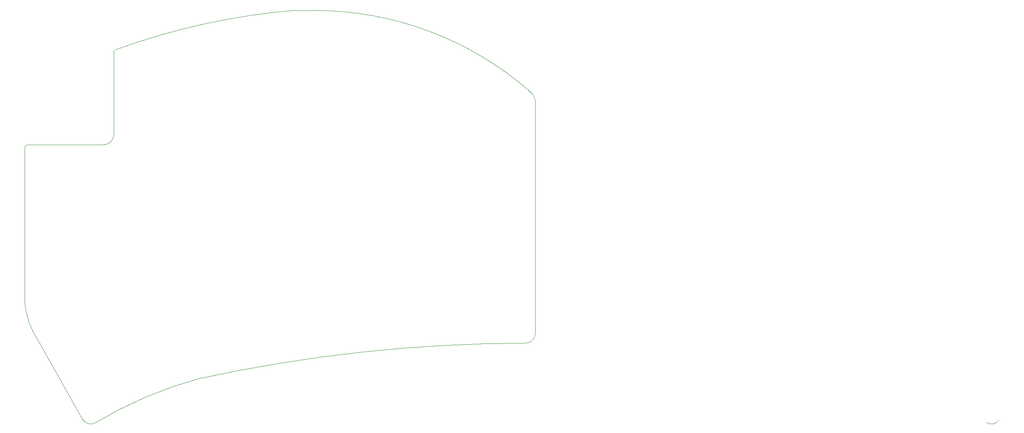
<source format=gbr>
%TF.GenerationSoftware,KiCad,Pcbnew,(6.0.8-1)-1*%
%TF.CreationDate,2023-02-27T10:47:16+02:00*%
%TF.ProjectId,sweepv2,73776565-7076-4322-9e6b-696361645f70,rev?*%
%TF.SameCoordinates,Original*%
%TF.FileFunction,Profile,NP*%
%FSLAX46Y46*%
G04 Gerber Fmt 4.6, Leading zero omitted, Abs format (unit mm)*
G04 Created by KiCad (PCBNEW (6.0.8-1)-1) date 2023-02-27 10:47:16*
%MOMM*%
%LPD*%
G01*
G04 APERTURE LIST*
%TA.AperFunction,Profile*%
%ADD10C,0.050000*%
%TD*%
G04 APERTURE END LIST*
D10*
X223714000Y-108050000D02*
G75*
G03*
X226446000Y-107451265I1070000J1650000D01*
G01*
X78412223Y-21502679D02*
X82613611Y-21508139D01*
X21792000Y-50442000D02*
X21792000Y-58420000D01*
X128960000Y-72644000D02*
X128975507Y-89545022D01*
X129013945Y-40278702D02*
G75*
G03*
X127587000Y-38265000I-3871945J-1231298D01*
G01*
X126936000Y-91383122D02*
G75*
G03*
X128975507Y-89545022I59500J1984522D01*
G01*
X40481999Y-47763999D02*
X40481955Y-30439419D01*
X21792000Y-66548000D02*
X21792000Y-73914000D01*
X23526696Y-88858150D02*
X34034000Y-107451265D01*
X38446998Y-49694918D02*
G75*
G03*
X40481999Y-47763999I35002J2000918D01*
G01*
X78412223Y-21502678D02*
G75*
G03*
X40916710Y-29758889I11947327J-143529582D01*
G01*
X126936000Y-91383119D02*
G75*
G03*
X58294866Y-98863946I578050J-323956411D01*
G01*
X21779999Y-81534000D02*
G75*
G03*
X23526696Y-88858150I16773851J129950D01*
G01*
X22542000Y-49692000D02*
G75*
G03*
X21792000Y-50442000I0J-750000D01*
G01*
X38446998Y-49694917D02*
X22542000Y-49692000D01*
X21792000Y-58420000D02*
X21792000Y-66548000D01*
X40916692Y-29758850D02*
G75*
G03*
X40481955Y-30439419I315308J-680550D01*
G01*
X34034000Y-107451265D02*
G75*
G03*
X36766000Y-108050000I1662000J1051265D01*
G01*
X127586989Y-38265013D02*
G75*
G03*
X82613611Y-21508139I-44973389J-51973087D01*
G01*
X58294866Y-98863946D02*
G75*
G03*
X36766000Y-108050000I22787134J-83226054D01*
G01*
X21792000Y-73914000D02*
X21780000Y-81534000D01*
X128960000Y-53848000D02*
X128960000Y-72644000D01*
X129013945Y-40278702D02*
X128960000Y-53848000D01*
M02*

</source>
